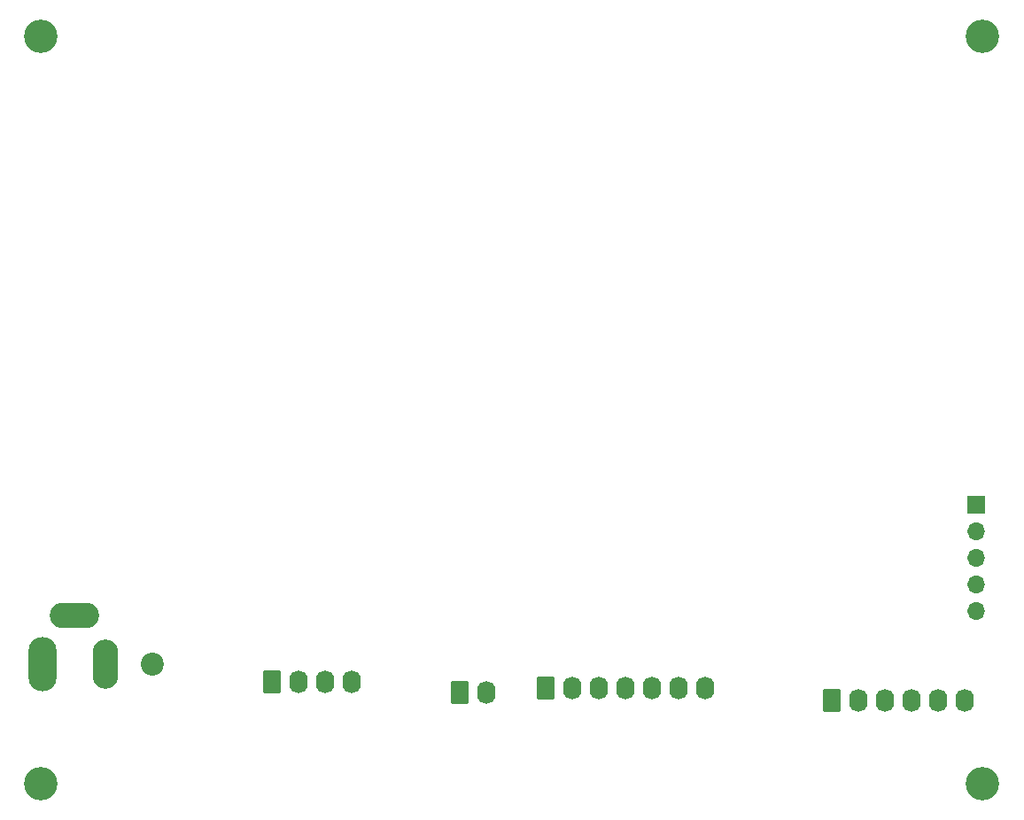
<source format=gbs>
G04 #@! TF.GenerationSoftware,KiCad,Pcbnew,7.0.7*
G04 #@! TF.CreationDate,2023-10-31T22:21:59-05:00*
G04 #@! TF.ProjectId,esp32_example,65737033-325f-4657-9861-6d706c652e6b,rev?*
G04 #@! TF.SameCoordinates,Original*
G04 #@! TF.FileFunction,Soldermask,Bot*
G04 #@! TF.FilePolarity,Negative*
%FSLAX46Y46*%
G04 Gerber Fmt 4.6, Leading zero omitted, Abs format (unit mm)*
G04 Created by KiCad (PCBNEW 7.0.7) date 2023-10-31 22:21:59*
%MOMM*%
%LPD*%
G01*
G04 APERTURE LIST*
G04 Aperture macros list*
%AMRoundRect*
0 Rectangle with rounded corners*
0 $1 Rounding radius*
0 $2 $3 $4 $5 $6 $7 $8 $9 X,Y pos of 4 corners*
0 Add a 4 corners polygon primitive as box body*
4,1,4,$2,$3,$4,$5,$6,$7,$8,$9,$2,$3,0*
0 Add four circle primitives for the rounded corners*
1,1,$1+$1,$2,$3*
1,1,$1+$1,$4,$5*
1,1,$1+$1,$6,$7*
1,1,$1+$1,$8,$9*
0 Add four rect primitives between the rounded corners*
20,1,$1+$1,$2,$3,$4,$5,0*
20,1,$1+$1,$4,$5,$6,$7,0*
20,1,$1+$1,$6,$7,$8,$9,0*
20,1,$1+$1,$8,$9,$2,$3,0*%
G04 Aperture macros list end*
%ADD10O,1.740000X2.190000*%
%ADD11RoundRect,0.250000X-0.620000X-0.845000X0.620000X-0.845000X0.620000X0.845000X-0.620000X0.845000X0*%
%ADD12O,2.704000X5.204000*%
%ADD13O,2.454000X4.704000*%
%ADD14O,4.704000X2.454000*%
%ADD15C,2.200000*%
%ADD16R,1.700000X1.700000*%
%ADD17O,1.700000X1.700000*%
%ADD18C,3.200000*%
G04 APERTURE END LIST*
D10*
X143637000Y-109728000D03*
X141097000Y-109728000D03*
X138557000Y-109728000D03*
X136017000Y-109728000D03*
X133477000Y-109728000D03*
X130937000Y-109728000D03*
D11*
X128397000Y-109728000D03*
D10*
X168402000Y-110871000D03*
X165862000Y-110871000D03*
X163322000Y-110871000D03*
X160782000Y-110871000D03*
X158242000Y-110871000D03*
D11*
X155702000Y-110871000D03*
D12*
X80305000Y-107442000D03*
D13*
X86305000Y-107442000D03*
D14*
X83305000Y-102742000D03*
D15*
X90805000Y-107442000D03*
D10*
X109855000Y-109113000D03*
X107315000Y-109113000D03*
X104775000Y-109113000D03*
D11*
X102235000Y-109113000D03*
X120142000Y-110129000D03*
D10*
X122682000Y-110129000D03*
D16*
X169545000Y-92207000D03*
D17*
X169545000Y-94747000D03*
X169545000Y-97287000D03*
X169545000Y-99827000D03*
X169545000Y-102367000D03*
D18*
X80137000Y-118872000D03*
X170137000Y-118872000D03*
X170137000Y-47372000D03*
X80137000Y-47372000D03*
M02*

</source>
